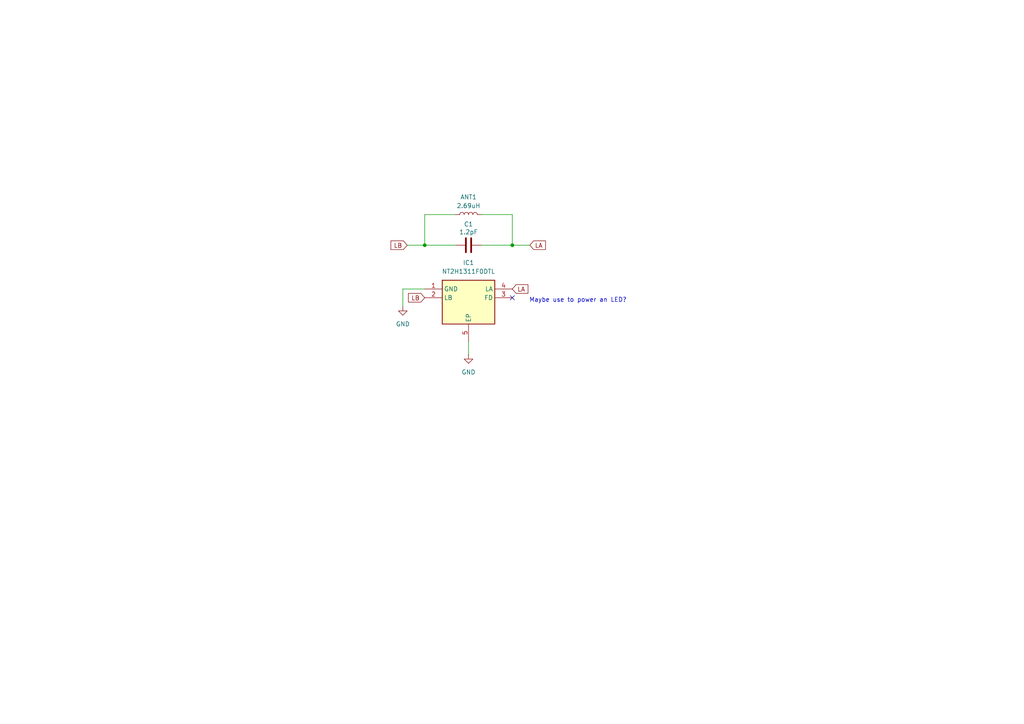
<source format=kicad_sch>
(kicad_sch (version 20250114) (generator "eeschema") (generator_version "9.0")
  (paper "A4")
  (lib_symbols
    (symbol "Device:C" (pin_numbers (hide yes)) (pin_names (offset 0.254))
      (property "Reference" "C" (at 0.635 2.54 0))
      (property "Value" "C" (at 0.635 -2.54 0))
      (symbol "C_0_1"
        (polyline (pts (xy -2.032 0.762) (xy 2.032 0.762)) (stroke (width 0.508)))
        (polyline (pts (xy -2.032 -0.762) (xy 2.032 -0.762)) (stroke (width 0.508)))
      )
      (symbol "C_1_1"
        (pin passive line (at 0 3.81 270) (length 2.794) (name "~") (number "1"))
        (pin passive line (at 0 -3.81 90) (length 2.794) (name "~") (number "2"))
      )
    )
    (symbol "Device:L" (pin_numbers (hide yes)) (pin_names (offset 1.016) (hide yes))
      (property "Reference" "L" (at -1.27 0 90))
      (property "Value" "L" (at 1.905 0 90))
      (symbol "L_0_1"
        (arc (start 0 2.54) (mid 0.6323 1.905) (end 0 1.27))
        (arc (start 0 1.27) (mid 0.6323 0.635) (end 0 0))
        (arc (start 0 0) (mid 0.6323 -0.635) (end 0 -1.27))
        (arc (start 0 -1.27) (mid 0.6323 -1.905) (end 0 -2.54))
      )
      (symbol "L_1_1"
        (pin passive line (at 0 3.81 270) (length 1.27) (name "1") (number "1"))
        (pin passive line (at 0 -3.81 90) (length 1.27) (name "2") (number "2"))
      )
    )
    (symbol "logancustom:NT2H1311F0DTL"
      (property "Reference" "IC" (at 21.59 7.62 0))
      (property "Value" "NT2H1311F0DTL" (at 21.59 5.08 0))
      (symbol "NT2H1311F0DTL_1_1"
        (rectangle (start 5.08 2.54) (end 20.32 -10.16) (stroke (width 0.254)) (fill (type background)))
        (pin passive line (at 0 0 0) (length 5.08) (name "GND") (number "1"))
        (pin passive line (at 0 -2.54 0) (length 5.08) (name "LB") (number "2"))
        (pin passive line (at 12.7 -15.24 90) (length 5.08) (name "EP") (number "5"))
        (pin passive line (at 25.4 0 180) (length 5.08) (name "LA") (number "4"))
        (pin passive line (at 25.4 -2.54 180) (length 5.08) (name "FD") (number "3"))
      )
    )
    (symbol "power:GND" (power) (pin_numbers (hide yes)) (pin_names (offset 0) (hide yes))
      (property "Value" "GND" (at 0 -3.81 0))
      (symbol "GND_0_1"
        (polyline (pts (xy 0 0) (xy 0 -1.27) (xy 1.27 -1.27) (xy 0 -2.54) (xy -1.27 -1.27) (xy 0 -1.27)))
      )
      (symbol "GND_1_1"
        (pin power_in line (at 0 0 270) (length 0) (name "~") (number "1"))
      )
    )
  )
  (text "Maybe use to power an LED?" (at 167.64 87.122 0) (effects (font (size 1.27 1.27))))
  (junction (at 148.59 71.12))
  (junction (at 123.19 71.12))
  (no_connect (at 148.59 86.36))
  (wire (pts (xy 139.7 62.23) (xy 148.59 62.23)))
  (wire (pts (xy 148.59 71.12) (xy 153.67 71.12)))
  (wire (pts (xy 148.59 62.23) (xy 148.59 71.12)))
  (wire (pts (xy 123.19 71.12) (xy 118.11 71.12)))
  (wire (pts (xy 132.08 62.23) (xy 123.19 62.23)))
  (wire (pts (xy 139.7 71.12) (xy 148.59 71.12)))
  (wire (pts (xy 135.89 102.87) (xy 135.89 99.06)))
  (wire (pts (xy 116.84 83.82) (xy 116.84 88.9)))
  (wire (pts (xy 123.19 62.23) (xy 123.19 71.12)))
  (wire (pts (xy 123.19 71.12) (xy 132.08 71.12)))
  (wire (pts (xy 116.84 83.82) (xy 123.19 83.82)))
  (global_label "LA" (shape input) (at 153.67 71.12 0) (property "Intersheetrefs" "${INTERSHEET_REFS}" (effects (hide yes))))
  (global_label "LB" (shape input) (at 123.19 86.36 180) (property "Intersheetrefs" "${INTERSHEET_REFS}" (effects (hide yes))))
  (global_label "LB" (shape input) (at 118.11 71.12 180) (property "Intersheetrefs" "${INTERSHEET_REFS}" (effects (hide yes))))
  (global_label "LA" (shape input) (at 148.59 83.82 0) (property "Intersheetrefs" "${INTERSHEET_REFS}" (effects (hide yes))))
  (symbol (lib_id "power:GND") (at 135.89 102.87 0) (unit 1)
    (property "Reference" "#PWR02" (effects (hide yes)))
    (property "Value" "GND" (at 135.89 107.95 0))
    (property "Description" "Power symbol creates a global label with name \"GND\" , ground" (effects (hide yes)))
  )
  (symbol (lib_id "logancustom:NT2H1311F0DTL") (at 123.19 83.82 0) (unit 1)
    (property "Reference" "IC1" (at 135.89 76.2 0))
    (property "Value" "NT2H1311F0DTL" (at 135.89 78.74 0))
    (property "Footprint" "temp:SON50P200X150X50-5N" (effects (hide yes)))
    (property "Datasheet" "https://www.nxp.com/docs/en/data-sheet/NTAG213F_216F.pdf" (effects (hide yes)))
    (property "Description" "NFC Forum Type 2 Tag compliant IC with 144 bytes user memory and field detection" (effects (hide yes)))
    (property "Height" "0.5" (effects (hide yes)))
    (property "Manufacturer_Name" "NXP" (effects (hide yes)))
    (property "Manufacturer_Part_Number" "NT2H1311F0DTL" (effects (hide yes)))
  )
  (symbol (lib_id "Device:L") (at 135.89 62.23 90) (unit 1)
    (property "Reference" "ANT1" (at 135.89 57.15 90))
    (property "Value" "2.69uH" (at 135.89 59.69 90))
    (property "Footprint" "nfc_ant:BANTnfcv2" (effects (hide yes)))
    (property "Description" "Inductor" (effects (hide yes)))
  )
  (symbol (lib_id "power:GND") (at 116.84 88.9 0) (unit 1)
    (property "Reference" "#PWR01" (effects (hide yes)))
    (property "Value" "GND" (at 116.84 93.98 0))
    (property "Description" "Power symbol creates a global label with name \"GND\" , ground" (effects (hide yes)))
  )
  (symbol (lib_id "Device:C") (at 135.89 71.12 90) (unit 1)
    (property "Reference" "C1" (at 135.89 65.024 90))
    (property "Value" "1.2pF" (at 135.89 67.31 90))
    (property "Footprint" "Capacitor_SMD:C_0805_2012Metric_Pad1.18x1.45mm_HandSolder" (effects (hide yes)))
    (property "Description" "Unpolarized capacitor" (effects (hide yes)))
  )
)
</source>
